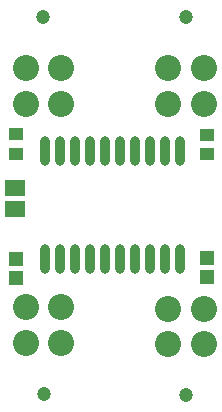
<source format=gts>
G04 Layer_Color=20142*
%FSLAX25Y25*%
%MOIN*%
G70*
G01*
G75*
%ADD25O,0.03162X0.09855*%
%ADD26R,0.04537X0.04537*%
%ADD27R,0.06506X0.05324*%
%ADD28R,0.04537X0.04340*%
%ADD29C,0.08674*%
%ADD30C,0.04737*%
D25*
X65000Y90512D02*
D03*
X60000D02*
D03*
X55000D02*
D03*
X50000D02*
D03*
X45000D02*
D03*
X40000D02*
D03*
X35000D02*
D03*
X30000D02*
D03*
X25000D02*
D03*
X20000D02*
D03*
X65000Y54488D02*
D03*
X60000D02*
D03*
X55000D02*
D03*
X50000D02*
D03*
X45000D02*
D03*
X40000D02*
D03*
X35000D02*
D03*
X30000D02*
D03*
X25000D02*
D03*
X20000D02*
D03*
D26*
X73908Y54528D02*
D03*
Y48228D02*
D03*
X10469Y54469D02*
D03*
Y48169D02*
D03*
D27*
X10000Y78043D02*
D03*
Y70957D02*
D03*
D28*
X10376Y95870D02*
D03*
Y89374D02*
D03*
X74000Y89252D02*
D03*
Y95748D02*
D03*
D29*
X61100Y106181D02*
D03*
X72900D02*
D03*
Y117992D02*
D03*
X61100D02*
D03*
X13500Y106181D02*
D03*
X25300D02*
D03*
Y117992D02*
D03*
X13500D02*
D03*
X72900Y37819D02*
D03*
X61100D02*
D03*
Y26008D02*
D03*
X72900D02*
D03*
X25400Y38319D02*
D03*
X13600D02*
D03*
Y26508D02*
D03*
X25400D02*
D03*
D30*
X67000Y135000D02*
D03*
X19400D02*
D03*
X67000Y9000D02*
D03*
X19500Y9500D02*
D03*
M02*

</source>
